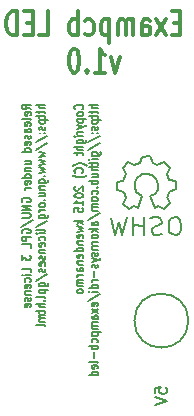
<source format=gbo>
G04 #@! TF.FileFunction,Legend,Bot*
%FSLAX46Y46*%
G04 Gerber Fmt 4.6, Leading zero omitted, Abs format (unit mm)*
G04 Created by KiCad (PCBNEW 4.0.0-rc1-stable) date mar 10 nov 2015 21:40:48 CET*
%MOMM*%
G01*
G04 APERTURE LIST*
%ADD10C,0.100000*%
%ADD11C,0.152400*%
%ADD12C,0.304800*%
%ADD13C,0.150000*%
G04 APERTURE END LIST*
D10*
D11*
X141267543Y-93224048D02*
X141303829Y-93193810D01*
X141340114Y-93103095D01*
X141340114Y-93042619D01*
X141303829Y-92951905D01*
X141231257Y-92891429D01*
X141158686Y-92861190D01*
X141013543Y-92830952D01*
X140904686Y-92830952D01*
X140759543Y-92861190D01*
X140686971Y-92891429D01*
X140614400Y-92951905D01*
X140578114Y-93042619D01*
X140578114Y-93103095D01*
X140614400Y-93193810D01*
X140650686Y-93224048D01*
X141340114Y-93586905D02*
X141303829Y-93526429D01*
X141267543Y-93496190D01*
X141194971Y-93465952D01*
X140977257Y-93465952D01*
X140904686Y-93496190D01*
X140868400Y-93526429D01*
X140832114Y-93586905D01*
X140832114Y-93677619D01*
X140868400Y-93738095D01*
X140904686Y-93768333D01*
X140977257Y-93798571D01*
X141194971Y-93798571D01*
X141267543Y-93768333D01*
X141303829Y-93738095D01*
X141340114Y-93677619D01*
X141340114Y-93586905D01*
X140832114Y-94070714D02*
X141594114Y-94070714D01*
X140868400Y-94070714D02*
X140832114Y-94131191D01*
X140832114Y-94252143D01*
X140868400Y-94312619D01*
X140904686Y-94342857D01*
X140977257Y-94373095D01*
X141194971Y-94373095D01*
X141267543Y-94342857D01*
X141303829Y-94312619D01*
X141340114Y-94252143D01*
X141340114Y-94131191D01*
X141303829Y-94070714D01*
X140832114Y-94584762D02*
X141340114Y-94735953D01*
X140832114Y-94887143D02*
X141340114Y-94735953D01*
X141521543Y-94675477D01*
X141557829Y-94645238D01*
X141594114Y-94584762D01*
X141340114Y-95129048D02*
X140832114Y-95129048D01*
X140977257Y-95129048D02*
X140904686Y-95159287D01*
X140868400Y-95189525D01*
X140832114Y-95250001D01*
X140832114Y-95310477D01*
X141340114Y-95522143D02*
X140832114Y-95522143D01*
X140578114Y-95522143D02*
X140614400Y-95491905D01*
X140650686Y-95522143D01*
X140614400Y-95552382D01*
X140578114Y-95522143D01*
X140650686Y-95522143D01*
X140832114Y-96096667D02*
X141448971Y-96096667D01*
X141521543Y-96066429D01*
X141557829Y-96036191D01*
X141594114Y-95975715D01*
X141594114Y-95885001D01*
X141557829Y-95824524D01*
X141303829Y-96096667D02*
X141340114Y-96036191D01*
X141340114Y-95915239D01*
X141303829Y-95854763D01*
X141267543Y-95824524D01*
X141194971Y-95794286D01*
X140977257Y-95794286D01*
X140904686Y-95824524D01*
X140868400Y-95854763D01*
X140832114Y-95915239D01*
X140832114Y-96036191D01*
X140868400Y-96096667D01*
X141340114Y-96399048D02*
X140578114Y-96399048D01*
X141340114Y-96671191D02*
X140940971Y-96671191D01*
X140868400Y-96640953D01*
X140832114Y-96580477D01*
X140832114Y-96489763D01*
X140868400Y-96429287D01*
X140904686Y-96399048D01*
X140832114Y-96882858D02*
X140832114Y-97124763D01*
X140578114Y-96973572D02*
X141231257Y-96973572D01*
X141303829Y-97003811D01*
X141340114Y-97064287D01*
X141340114Y-97124763D01*
X141630400Y-98001668D02*
X141594114Y-97971430D01*
X141485257Y-97910954D01*
X141412686Y-97880716D01*
X141303829Y-97850478D01*
X141122400Y-97820239D01*
X140977257Y-97820239D01*
X140795829Y-97850478D01*
X140686971Y-97880716D01*
X140614400Y-97910954D01*
X140505543Y-97971430D01*
X140469257Y-98001668D01*
X141267543Y-98606430D02*
X141303829Y-98576192D01*
X141340114Y-98485477D01*
X141340114Y-98425001D01*
X141303829Y-98334287D01*
X141231257Y-98273811D01*
X141158686Y-98243572D01*
X141013543Y-98213334D01*
X140904686Y-98213334D01*
X140759543Y-98243572D01*
X140686971Y-98273811D01*
X140614400Y-98334287D01*
X140578114Y-98425001D01*
X140578114Y-98485477D01*
X140614400Y-98576192D01*
X140650686Y-98606430D01*
X141630400Y-98818096D02*
X141594114Y-98848334D01*
X141485257Y-98908811D01*
X141412686Y-98939049D01*
X141303829Y-98969287D01*
X141122400Y-98999525D01*
X140977257Y-98999525D01*
X140795829Y-98969287D01*
X140686971Y-98939049D01*
X140614400Y-98908811D01*
X140505543Y-98848334D01*
X140469257Y-98818096D01*
X140650686Y-99755477D02*
X140614400Y-99785715D01*
X140578114Y-99846192D01*
X140578114Y-99997382D01*
X140614400Y-100057858D01*
X140650686Y-100088096D01*
X140723257Y-100118335D01*
X140795829Y-100118335D01*
X140904686Y-100088096D01*
X141340114Y-99725239D01*
X141340114Y-100118335D01*
X140578114Y-100511430D02*
X140578114Y-100571906D01*
X140614400Y-100632382D01*
X140650686Y-100662620D01*
X140723257Y-100692858D01*
X140868400Y-100723097D01*
X141049829Y-100723097D01*
X141194971Y-100692858D01*
X141267543Y-100662620D01*
X141303829Y-100632382D01*
X141340114Y-100571906D01*
X141340114Y-100511430D01*
X141303829Y-100450954D01*
X141267543Y-100420716D01*
X141194971Y-100390477D01*
X141049829Y-100360239D01*
X140868400Y-100360239D01*
X140723257Y-100390477D01*
X140650686Y-100420716D01*
X140614400Y-100450954D01*
X140578114Y-100511430D01*
X141340114Y-101327859D02*
X141340114Y-100965001D01*
X141340114Y-101146430D02*
X140578114Y-101146430D01*
X140686971Y-101085954D01*
X140759543Y-101025478D01*
X140795829Y-100965001D01*
X140578114Y-101902382D02*
X140578114Y-101600001D01*
X140940971Y-101569763D01*
X140904686Y-101600001D01*
X140868400Y-101660478D01*
X140868400Y-101811668D01*
X140904686Y-101872144D01*
X140940971Y-101902382D01*
X141013543Y-101932621D01*
X141194971Y-101932621D01*
X141267543Y-101902382D01*
X141303829Y-101872144D01*
X141340114Y-101811668D01*
X141340114Y-101660478D01*
X141303829Y-101600001D01*
X141267543Y-101569763D01*
X141340114Y-102688573D02*
X140578114Y-102688573D01*
X141049829Y-102749050D02*
X141340114Y-102930478D01*
X140832114Y-102930478D02*
X141122400Y-102688573D01*
X140832114Y-103142145D02*
X141340114Y-103263098D01*
X140977257Y-103384050D01*
X141340114Y-103505002D01*
X140832114Y-103625955D01*
X141303829Y-104109764D02*
X141340114Y-104049288D01*
X141340114Y-103928336D01*
X141303829Y-103867859D01*
X141231257Y-103837621D01*
X140940971Y-103837621D01*
X140868400Y-103867859D01*
X140832114Y-103928336D01*
X140832114Y-104049288D01*
X140868400Y-104109764D01*
X140940971Y-104140002D01*
X141013543Y-104140002D01*
X141086114Y-103837621D01*
X140832114Y-104412145D02*
X141340114Y-104412145D01*
X140904686Y-104412145D02*
X140868400Y-104442384D01*
X140832114Y-104502860D01*
X140832114Y-104593574D01*
X140868400Y-104654050D01*
X140940971Y-104684288D01*
X141340114Y-104684288D01*
X141340114Y-105258812D02*
X140578114Y-105258812D01*
X141303829Y-105258812D02*
X141340114Y-105198336D01*
X141340114Y-105077384D01*
X141303829Y-105016908D01*
X141267543Y-104986669D01*
X141194971Y-104956431D01*
X140977257Y-104956431D01*
X140904686Y-104986669D01*
X140868400Y-105016908D01*
X140832114Y-105077384D01*
X140832114Y-105198336D01*
X140868400Y-105258812D01*
X141303829Y-105803098D02*
X141340114Y-105742622D01*
X141340114Y-105621670D01*
X141303829Y-105561193D01*
X141231257Y-105530955D01*
X140940971Y-105530955D01*
X140868400Y-105561193D01*
X140832114Y-105621670D01*
X140832114Y-105742622D01*
X140868400Y-105803098D01*
X140940971Y-105833336D01*
X141013543Y-105833336D01*
X141086114Y-105530955D01*
X140832114Y-106105479D02*
X141340114Y-106105479D01*
X140904686Y-106105479D02*
X140868400Y-106135718D01*
X140832114Y-106196194D01*
X140832114Y-106286908D01*
X140868400Y-106347384D01*
X140940971Y-106377622D01*
X141340114Y-106377622D01*
X141340114Y-106952146D02*
X140940971Y-106952146D01*
X140868400Y-106921908D01*
X140832114Y-106861432D01*
X140832114Y-106740480D01*
X140868400Y-106680003D01*
X141303829Y-106952146D02*
X141340114Y-106891670D01*
X141340114Y-106740480D01*
X141303829Y-106680003D01*
X141231257Y-106649765D01*
X141158686Y-106649765D01*
X141086114Y-106680003D01*
X141049829Y-106740480D01*
X141049829Y-106891670D01*
X141013543Y-106952146D01*
X141340114Y-107254527D02*
X140832114Y-107254527D01*
X140977257Y-107254527D02*
X140904686Y-107284766D01*
X140868400Y-107315004D01*
X140832114Y-107375480D01*
X140832114Y-107435956D01*
X141340114Y-107647622D02*
X140832114Y-107647622D01*
X140904686Y-107647622D02*
X140868400Y-107677861D01*
X140832114Y-107738337D01*
X140832114Y-107829051D01*
X140868400Y-107889527D01*
X140940971Y-107919765D01*
X141340114Y-107919765D01*
X140940971Y-107919765D02*
X140868400Y-107950003D01*
X140832114Y-108010480D01*
X140832114Y-108101194D01*
X140868400Y-108161670D01*
X140940971Y-108191908D01*
X141340114Y-108191908D01*
X141340114Y-108585004D02*
X141303829Y-108524528D01*
X141267543Y-108494289D01*
X141194971Y-108464051D01*
X140977257Y-108464051D01*
X140904686Y-108494289D01*
X140868400Y-108524528D01*
X140832114Y-108585004D01*
X140832114Y-108675718D01*
X140868400Y-108736194D01*
X140904686Y-108766432D01*
X140977257Y-108796670D01*
X141194971Y-108796670D01*
X141267543Y-108766432D01*
X141303829Y-108736194D01*
X141340114Y-108675718D01*
X141340114Y-108585004D01*
X142559314Y-92861190D02*
X141797314Y-92861190D01*
X142559314Y-93133333D02*
X142160171Y-93133333D01*
X142087600Y-93103095D01*
X142051314Y-93042619D01*
X142051314Y-92951905D01*
X142087600Y-92891429D01*
X142123886Y-92861190D01*
X142051314Y-93345000D02*
X142051314Y-93586905D01*
X141797314Y-93435714D02*
X142450457Y-93435714D01*
X142523029Y-93465953D01*
X142559314Y-93526429D01*
X142559314Y-93586905D01*
X142051314Y-93707857D02*
X142051314Y-93949762D01*
X141797314Y-93798571D02*
X142450457Y-93798571D01*
X142523029Y-93828810D01*
X142559314Y-93889286D01*
X142559314Y-93949762D01*
X142051314Y-94161428D02*
X142813314Y-94161428D01*
X142087600Y-94161428D02*
X142051314Y-94221905D01*
X142051314Y-94342857D01*
X142087600Y-94403333D01*
X142123886Y-94433571D01*
X142196457Y-94463809D01*
X142414171Y-94463809D01*
X142486743Y-94433571D01*
X142523029Y-94403333D01*
X142559314Y-94342857D01*
X142559314Y-94221905D01*
X142523029Y-94161428D01*
X142523029Y-94705714D02*
X142559314Y-94766191D01*
X142559314Y-94887143D01*
X142523029Y-94947619D01*
X142450457Y-94977857D01*
X142414171Y-94977857D01*
X142341600Y-94947619D01*
X142305314Y-94887143D01*
X142305314Y-94796429D01*
X142269029Y-94735952D01*
X142196457Y-94705714D01*
X142160171Y-94705714D01*
X142087600Y-94735952D01*
X142051314Y-94796429D01*
X142051314Y-94887143D01*
X142087600Y-94947619D01*
X142486743Y-95250000D02*
X142523029Y-95280239D01*
X142559314Y-95250000D01*
X142523029Y-95219762D01*
X142486743Y-95250000D01*
X142559314Y-95250000D01*
X142087600Y-95250000D02*
X142123886Y-95280239D01*
X142160171Y-95250000D01*
X142123886Y-95219762D01*
X142087600Y-95250000D01*
X142160171Y-95250000D01*
X141761029Y-96005953D02*
X142740743Y-95461667D01*
X141761029Y-96671191D02*
X142740743Y-96126905D01*
X142051314Y-97155000D02*
X142668171Y-97155000D01*
X142740743Y-97124762D01*
X142777029Y-97094524D01*
X142813314Y-97034048D01*
X142813314Y-96943334D01*
X142777029Y-96882857D01*
X142523029Y-97155000D02*
X142559314Y-97094524D01*
X142559314Y-96973572D01*
X142523029Y-96913096D01*
X142486743Y-96882857D01*
X142414171Y-96852619D01*
X142196457Y-96852619D01*
X142123886Y-96882857D01*
X142087600Y-96913096D01*
X142051314Y-96973572D01*
X142051314Y-97094524D01*
X142087600Y-97155000D01*
X142559314Y-97457381D02*
X142051314Y-97457381D01*
X141797314Y-97457381D02*
X141833600Y-97427143D01*
X141869886Y-97457381D01*
X141833600Y-97487620D01*
X141797314Y-97457381D01*
X141869886Y-97457381D01*
X142051314Y-97669048D02*
X142051314Y-97910953D01*
X141797314Y-97759762D02*
X142450457Y-97759762D01*
X142523029Y-97790001D01*
X142559314Y-97850477D01*
X142559314Y-97910953D01*
X142559314Y-98122619D02*
X141797314Y-98122619D01*
X142559314Y-98394762D02*
X142160171Y-98394762D01*
X142087600Y-98364524D01*
X142051314Y-98304048D01*
X142051314Y-98213334D01*
X142087600Y-98152858D01*
X142123886Y-98122619D01*
X142051314Y-98969286D02*
X142559314Y-98969286D01*
X142051314Y-98697143D02*
X142450457Y-98697143D01*
X142523029Y-98727382D01*
X142559314Y-98787858D01*
X142559314Y-98878572D01*
X142523029Y-98939048D01*
X142486743Y-98969286D01*
X142559314Y-99271667D02*
X141797314Y-99271667D01*
X142087600Y-99271667D02*
X142051314Y-99332144D01*
X142051314Y-99453096D01*
X142087600Y-99513572D01*
X142123886Y-99543810D01*
X142196457Y-99574048D01*
X142414171Y-99574048D01*
X142486743Y-99543810D01*
X142523029Y-99513572D01*
X142559314Y-99453096D01*
X142559314Y-99332144D01*
X142523029Y-99271667D01*
X142486743Y-99846191D02*
X142523029Y-99876430D01*
X142559314Y-99846191D01*
X142523029Y-99815953D01*
X142486743Y-99846191D01*
X142559314Y-99846191D01*
X142523029Y-100420715D02*
X142559314Y-100360239D01*
X142559314Y-100239287D01*
X142523029Y-100178811D01*
X142486743Y-100148572D01*
X142414171Y-100118334D01*
X142196457Y-100118334D01*
X142123886Y-100148572D01*
X142087600Y-100178811D01*
X142051314Y-100239287D01*
X142051314Y-100360239D01*
X142087600Y-100420715D01*
X142559314Y-100783573D02*
X142523029Y-100723097D01*
X142486743Y-100692858D01*
X142414171Y-100662620D01*
X142196457Y-100662620D01*
X142123886Y-100692858D01*
X142087600Y-100723097D01*
X142051314Y-100783573D01*
X142051314Y-100874287D01*
X142087600Y-100934763D01*
X142123886Y-100965001D01*
X142196457Y-100995239D01*
X142414171Y-100995239D01*
X142486743Y-100965001D01*
X142523029Y-100934763D01*
X142559314Y-100874287D01*
X142559314Y-100783573D01*
X142559314Y-101267382D02*
X142051314Y-101267382D01*
X142123886Y-101267382D02*
X142087600Y-101297621D01*
X142051314Y-101358097D01*
X142051314Y-101448811D01*
X142087600Y-101509287D01*
X142160171Y-101539525D01*
X142559314Y-101539525D01*
X142160171Y-101539525D02*
X142087600Y-101569763D01*
X142051314Y-101630240D01*
X142051314Y-101720954D01*
X142087600Y-101781430D01*
X142160171Y-101811668D01*
X142559314Y-101811668D01*
X141761029Y-102567621D02*
X142740743Y-102023335D01*
X142559314Y-103051430D02*
X142160171Y-103051430D01*
X142087600Y-103021192D01*
X142051314Y-102960716D01*
X142051314Y-102839764D01*
X142087600Y-102779287D01*
X142523029Y-103051430D02*
X142559314Y-102990954D01*
X142559314Y-102839764D01*
X142523029Y-102779287D01*
X142450457Y-102749049D01*
X142377886Y-102749049D01*
X142305314Y-102779287D01*
X142269029Y-102839764D01*
X142269029Y-102990954D01*
X142232743Y-103051430D01*
X142559314Y-103353811D02*
X141797314Y-103353811D01*
X142269029Y-103414288D02*
X142559314Y-103595716D01*
X142051314Y-103595716D02*
X142341600Y-103353811D01*
X142559314Y-103958574D02*
X142523029Y-103898098D01*
X142486743Y-103867859D01*
X142414171Y-103837621D01*
X142196457Y-103837621D01*
X142123886Y-103867859D01*
X142087600Y-103898098D01*
X142051314Y-103958574D01*
X142051314Y-104049288D01*
X142087600Y-104109764D01*
X142123886Y-104140002D01*
X142196457Y-104170240D01*
X142414171Y-104170240D01*
X142486743Y-104140002D01*
X142523029Y-104109764D01*
X142559314Y-104049288D01*
X142559314Y-103958574D01*
X142559314Y-104442383D02*
X142051314Y-104442383D01*
X142196457Y-104442383D02*
X142123886Y-104472622D01*
X142087600Y-104502860D01*
X142051314Y-104563336D01*
X142051314Y-104623812D01*
X142051314Y-104835478D02*
X142559314Y-104835478D01*
X142123886Y-104835478D02*
X142087600Y-104865717D01*
X142051314Y-104926193D01*
X142051314Y-105016907D01*
X142087600Y-105077383D01*
X142160171Y-105107621D01*
X142559314Y-105107621D01*
X142523029Y-105379764D02*
X142559314Y-105440241D01*
X142559314Y-105561193D01*
X142523029Y-105621669D01*
X142450457Y-105651907D01*
X142414171Y-105651907D01*
X142341600Y-105621669D01*
X142305314Y-105561193D01*
X142305314Y-105470479D01*
X142269029Y-105410002D01*
X142196457Y-105379764D01*
X142160171Y-105379764D01*
X142087600Y-105410002D01*
X142051314Y-105470479D01*
X142051314Y-105561193D01*
X142087600Y-105621669D01*
X142051314Y-105863574D02*
X142559314Y-106014765D01*
X142051314Y-106165955D02*
X142559314Y-106014765D01*
X142740743Y-105954289D01*
X142777029Y-105924050D01*
X142813314Y-105863574D01*
X142523029Y-106377622D02*
X142559314Y-106438099D01*
X142559314Y-106559051D01*
X142523029Y-106619527D01*
X142450457Y-106649765D01*
X142414171Y-106649765D01*
X142341600Y-106619527D01*
X142305314Y-106559051D01*
X142305314Y-106468337D01*
X142269029Y-106407860D01*
X142196457Y-106377622D01*
X142160171Y-106377622D01*
X142087600Y-106407860D01*
X142051314Y-106468337D01*
X142051314Y-106559051D01*
X142087600Y-106619527D01*
X142269029Y-106921908D02*
X142269029Y-107405718D01*
X142559314Y-107708098D02*
X142051314Y-107708098D01*
X142196457Y-107708098D02*
X142123886Y-107738337D01*
X142087600Y-107768575D01*
X142051314Y-107829051D01*
X142051314Y-107889527D01*
X142559314Y-108373336D02*
X141797314Y-108373336D01*
X142523029Y-108373336D02*
X142559314Y-108312860D01*
X142559314Y-108191908D01*
X142523029Y-108131432D01*
X142486743Y-108101193D01*
X142414171Y-108070955D01*
X142196457Y-108070955D01*
X142123886Y-108101193D01*
X142087600Y-108131432D01*
X142051314Y-108191908D01*
X142051314Y-108312860D01*
X142087600Y-108373336D01*
X142559314Y-108675717D02*
X142051314Y-108675717D01*
X141797314Y-108675717D02*
X141833600Y-108645479D01*
X141869886Y-108675717D01*
X141833600Y-108705956D01*
X141797314Y-108675717D01*
X141869886Y-108675717D01*
X141761029Y-109431670D02*
X142740743Y-108887384D01*
X142523029Y-109885241D02*
X142559314Y-109824765D01*
X142559314Y-109703813D01*
X142523029Y-109643336D01*
X142450457Y-109613098D01*
X142160171Y-109613098D01*
X142087600Y-109643336D01*
X142051314Y-109703813D01*
X142051314Y-109824765D01*
X142087600Y-109885241D01*
X142160171Y-109915479D01*
X142232743Y-109915479D01*
X142305314Y-109613098D01*
X142559314Y-110127146D02*
X142051314Y-110459765D01*
X142051314Y-110127146D02*
X142559314Y-110459765D01*
X142559314Y-110973813D02*
X142160171Y-110973813D01*
X142087600Y-110943575D01*
X142051314Y-110883099D01*
X142051314Y-110762147D01*
X142087600Y-110701670D01*
X142523029Y-110973813D02*
X142559314Y-110913337D01*
X142559314Y-110762147D01*
X142523029Y-110701670D01*
X142450457Y-110671432D01*
X142377886Y-110671432D01*
X142305314Y-110701670D01*
X142269029Y-110762147D01*
X142269029Y-110913337D01*
X142232743Y-110973813D01*
X142559314Y-111276194D02*
X142051314Y-111276194D01*
X142123886Y-111276194D02*
X142087600Y-111306433D01*
X142051314Y-111366909D01*
X142051314Y-111457623D01*
X142087600Y-111518099D01*
X142160171Y-111548337D01*
X142559314Y-111548337D01*
X142160171Y-111548337D02*
X142087600Y-111578575D01*
X142051314Y-111639052D01*
X142051314Y-111729766D01*
X142087600Y-111790242D01*
X142160171Y-111820480D01*
X142559314Y-111820480D01*
X142051314Y-112122861D02*
X142813314Y-112122861D01*
X142087600Y-112122861D02*
X142051314Y-112183338D01*
X142051314Y-112304290D01*
X142087600Y-112364766D01*
X142123886Y-112395004D01*
X142196457Y-112425242D01*
X142414171Y-112425242D01*
X142486743Y-112395004D01*
X142523029Y-112364766D01*
X142559314Y-112304290D01*
X142559314Y-112183338D01*
X142523029Y-112122861D01*
X142523029Y-112969528D02*
X142559314Y-112909052D01*
X142559314Y-112788100D01*
X142523029Y-112727624D01*
X142486743Y-112697385D01*
X142414171Y-112667147D01*
X142196457Y-112667147D01*
X142123886Y-112697385D01*
X142087600Y-112727624D01*
X142051314Y-112788100D01*
X142051314Y-112909052D01*
X142087600Y-112969528D01*
X142559314Y-113241671D02*
X141797314Y-113241671D01*
X142087600Y-113241671D02*
X142051314Y-113302148D01*
X142051314Y-113423100D01*
X142087600Y-113483576D01*
X142123886Y-113513814D01*
X142196457Y-113544052D01*
X142414171Y-113544052D01*
X142486743Y-113513814D01*
X142523029Y-113483576D01*
X142559314Y-113423100D01*
X142559314Y-113302148D01*
X142523029Y-113241671D01*
X142269029Y-113816195D02*
X142269029Y-114300005D01*
X142559314Y-114693100D02*
X142523029Y-114632624D01*
X142450457Y-114602385D01*
X141797314Y-114602385D01*
X142523029Y-115176909D02*
X142559314Y-115116433D01*
X142559314Y-114995481D01*
X142523029Y-114935004D01*
X142450457Y-114904766D01*
X142160171Y-114904766D01*
X142087600Y-114935004D01*
X142051314Y-114995481D01*
X142051314Y-115116433D01*
X142087600Y-115176909D01*
X142160171Y-115207147D01*
X142232743Y-115207147D01*
X142305314Y-114904766D01*
X142559314Y-115751433D02*
X141797314Y-115751433D01*
X142523029Y-115751433D02*
X142559314Y-115690957D01*
X142559314Y-115570005D01*
X142523029Y-115509529D01*
X142486743Y-115479290D01*
X142414171Y-115449052D01*
X142196457Y-115449052D01*
X142123886Y-115479290D01*
X142087600Y-115509529D01*
X142051314Y-115570005D01*
X142051314Y-115690957D01*
X142087600Y-115751433D01*
D12*
X149569714Y-85910057D02*
X149061714Y-85910057D01*
X148844000Y-86974438D02*
X149569714Y-86974438D01*
X149569714Y-84942438D01*
X148844000Y-84942438D01*
X148336000Y-86974438D02*
X147537714Y-85619771D01*
X148336000Y-85619771D02*
X147537714Y-86974438D01*
X146304000Y-86974438D02*
X146304000Y-85910057D01*
X146376571Y-85716533D01*
X146521714Y-85619771D01*
X146812000Y-85619771D01*
X146957143Y-85716533D01*
X146304000Y-86877676D02*
X146449143Y-86974438D01*
X146812000Y-86974438D01*
X146957143Y-86877676D01*
X147029714Y-86684152D01*
X147029714Y-86490629D01*
X146957143Y-86297105D01*
X146812000Y-86200343D01*
X146449143Y-86200343D01*
X146304000Y-86103581D01*
X145578286Y-86974438D02*
X145578286Y-85619771D01*
X145578286Y-85813295D02*
X145505714Y-85716533D01*
X145360572Y-85619771D01*
X145142857Y-85619771D01*
X144997714Y-85716533D01*
X144925143Y-85910057D01*
X144925143Y-86974438D01*
X144925143Y-85910057D02*
X144852572Y-85716533D01*
X144707429Y-85619771D01*
X144489714Y-85619771D01*
X144344572Y-85716533D01*
X144272000Y-85910057D01*
X144272000Y-86974438D01*
X143546286Y-85619771D02*
X143546286Y-87651771D01*
X143546286Y-85716533D02*
X143401143Y-85619771D01*
X143110857Y-85619771D01*
X142965714Y-85716533D01*
X142893143Y-85813295D01*
X142820572Y-86006819D01*
X142820572Y-86587390D01*
X142893143Y-86780914D01*
X142965714Y-86877676D01*
X143110857Y-86974438D01*
X143401143Y-86974438D01*
X143546286Y-86877676D01*
X141514286Y-86877676D02*
X141659429Y-86974438D01*
X141949715Y-86974438D01*
X142094857Y-86877676D01*
X142167429Y-86780914D01*
X142240000Y-86587390D01*
X142240000Y-86006819D01*
X142167429Y-85813295D01*
X142094857Y-85716533D01*
X141949715Y-85619771D01*
X141659429Y-85619771D01*
X141514286Y-85716533D01*
X140861143Y-86974438D02*
X140861143Y-84942438D01*
X140861143Y-85716533D02*
X140716000Y-85619771D01*
X140425714Y-85619771D01*
X140280571Y-85716533D01*
X140208000Y-85813295D01*
X140135429Y-86006819D01*
X140135429Y-86587390D01*
X140208000Y-86780914D01*
X140280571Y-86877676D01*
X140425714Y-86974438D01*
X140716000Y-86974438D01*
X140861143Y-86877676D01*
X137595429Y-86974438D02*
X138321143Y-86974438D01*
X138321143Y-84942438D01*
X137087429Y-85910057D02*
X136579429Y-85910057D01*
X136361715Y-86974438D02*
X137087429Y-86974438D01*
X137087429Y-84942438D01*
X136361715Y-84942438D01*
X135708572Y-86974438D02*
X135708572Y-84942438D01*
X135345715Y-84942438D01*
X135128000Y-85039200D01*
X134982858Y-85232724D01*
X134910286Y-85426248D01*
X134837715Y-85813295D01*
X134837715Y-86103581D01*
X134910286Y-86490629D01*
X134982858Y-86684152D01*
X135128000Y-86877676D01*
X135345715Y-86974438D01*
X135708572Y-86974438D01*
X144417143Y-88769371D02*
X144054286Y-90124038D01*
X143691428Y-88769371D01*
X142312571Y-90124038D02*
X143183428Y-90124038D01*
X142748000Y-90124038D02*
X142748000Y-88092038D01*
X142893143Y-88382324D01*
X143038285Y-88575848D01*
X143183428Y-88672610D01*
X141659428Y-89930514D02*
X141586856Y-90027276D01*
X141659428Y-90124038D01*
X141731999Y-90027276D01*
X141659428Y-89930514D01*
X141659428Y-90124038D01*
X140643428Y-88092038D02*
X140498285Y-88092038D01*
X140353142Y-88188800D01*
X140280571Y-88285562D01*
X140208000Y-88479086D01*
X140135428Y-88866133D01*
X140135428Y-89349943D01*
X140208000Y-89736990D01*
X140280571Y-89930514D01*
X140353142Y-90027276D01*
X140498285Y-90124038D01*
X140643428Y-90124038D01*
X140788571Y-90027276D01*
X140861142Y-89930514D01*
X140933714Y-89736990D01*
X141006285Y-89349943D01*
X141006285Y-88866133D01*
X140933714Y-88479086D01*
X140861142Y-88285562D01*
X140788571Y-88188800D01*
X140643428Y-88092038D01*
D11*
X136895114Y-93224048D02*
X136532257Y-93012381D01*
X136895114Y-92861190D02*
X136133114Y-92861190D01*
X136133114Y-93103095D01*
X136169400Y-93163571D01*
X136205686Y-93193810D01*
X136278257Y-93224048D01*
X136387114Y-93224048D01*
X136459686Y-93193810D01*
X136495971Y-93163571D01*
X136532257Y-93103095D01*
X136532257Y-92861190D01*
X136858829Y-93738095D02*
X136895114Y-93677619D01*
X136895114Y-93556667D01*
X136858829Y-93496190D01*
X136786257Y-93465952D01*
X136495971Y-93465952D01*
X136423400Y-93496190D01*
X136387114Y-93556667D01*
X136387114Y-93677619D01*
X136423400Y-93738095D01*
X136495971Y-93768333D01*
X136568543Y-93768333D01*
X136641114Y-93465952D01*
X136895114Y-94131191D02*
X136858829Y-94070715D01*
X136786257Y-94040476D01*
X136133114Y-94040476D01*
X136858829Y-94615000D02*
X136895114Y-94554524D01*
X136895114Y-94433572D01*
X136858829Y-94373095D01*
X136786257Y-94342857D01*
X136495971Y-94342857D01*
X136423400Y-94373095D01*
X136387114Y-94433572D01*
X136387114Y-94554524D01*
X136423400Y-94615000D01*
X136495971Y-94645238D01*
X136568543Y-94645238D01*
X136641114Y-94342857D01*
X136895114Y-95189524D02*
X136495971Y-95189524D01*
X136423400Y-95159286D01*
X136387114Y-95098810D01*
X136387114Y-94977858D01*
X136423400Y-94917381D01*
X136858829Y-95189524D02*
X136895114Y-95129048D01*
X136895114Y-94977858D01*
X136858829Y-94917381D01*
X136786257Y-94887143D01*
X136713686Y-94887143D01*
X136641114Y-94917381D01*
X136604829Y-94977858D01*
X136604829Y-95129048D01*
X136568543Y-95189524D01*
X136858829Y-95461667D02*
X136895114Y-95522144D01*
X136895114Y-95643096D01*
X136858829Y-95703572D01*
X136786257Y-95733810D01*
X136749971Y-95733810D01*
X136677400Y-95703572D01*
X136641114Y-95643096D01*
X136641114Y-95552382D01*
X136604829Y-95491905D01*
X136532257Y-95461667D01*
X136495971Y-95461667D01*
X136423400Y-95491905D01*
X136387114Y-95552382D01*
X136387114Y-95643096D01*
X136423400Y-95703572D01*
X136858829Y-96247858D02*
X136895114Y-96187382D01*
X136895114Y-96066430D01*
X136858829Y-96005953D01*
X136786257Y-95975715D01*
X136495971Y-95975715D01*
X136423400Y-96005953D01*
X136387114Y-96066430D01*
X136387114Y-96187382D01*
X136423400Y-96247858D01*
X136495971Y-96278096D01*
X136568543Y-96278096D01*
X136641114Y-95975715D01*
X136895114Y-96822382D02*
X136133114Y-96822382D01*
X136858829Y-96822382D02*
X136895114Y-96761906D01*
X136895114Y-96640954D01*
X136858829Y-96580478D01*
X136822543Y-96550239D01*
X136749971Y-96520001D01*
X136532257Y-96520001D01*
X136459686Y-96550239D01*
X136423400Y-96580478D01*
X136387114Y-96640954D01*
X136387114Y-96761906D01*
X136423400Y-96822382D01*
X136387114Y-97880716D02*
X136895114Y-97880716D01*
X136387114Y-97608573D02*
X136786257Y-97608573D01*
X136858829Y-97638812D01*
X136895114Y-97699288D01*
X136895114Y-97790002D01*
X136858829Y-97850478D01*
X136822543Y-97880716D01*
X136387114Y-98183097D02*
X136895114Y-98183097D01*
X136459686Y-98183097D02*
X136423400Y-98213336D01*
X136387114Y-98273812D01*
X136387114Y-98364526D01*
X136423400Y-98425002D01*
X136495971Y-98455240D01*
X136895114Y-98455240D01*
X136895114Y-99029764D02*
X136133114Y-99029764D01*
X136858829Y-99029764D02*
X136895114Y-98969288D01*
X136895114Y-98848336D01*
X136858829Y-98787860D01*
X136822543Y-98757621D01*
X136749971Y-98727383D01*
X136532257Y-98727383D01*
X136459686Y-98757621D01*
X136423400Y-98787860D01*
X136387114Y-98848336D01*
X136387114Y-98969288D01*
X136423400Y-99029764D01*
X136858829Y-99574050D02*
X136895114Y-99513574D01*
X136895114Y-99392622D01*
X136858829Y-99332145D01*
X136786257Y-99301907D01*
X136495971Y-99301907D01*
X136423400Y-99332145D01*
X136387114Y-99392622D01*
X136387114Y-99513574D01*
X136423400Y-99574050D01*
X136495971Y-99604288D01*
X136568543Y-99604288D01*
X136641114Y-99301907D01*
X136895114Y-99876431D02*
X136387114Y-99876431D01*
X136532257Y-99876431D02*
X136459686Y-99906670D01*
X136423400Y-99936908D01*
X136387114Y-99997384D01*
X136387114Y-100057860D01*
X136169400Y-101085956D02*
X136133114Y-101025479D01*
X136133114Y-100934765D01*
X136169400Y-100844051D01*
X136241971Y-100783575D01*
X136314543Y-100753336D01*
X136459686Y-100723098D01*
X136568543Y-100723098D01*
X136713686Y-100753336D01*
X136786257Y-100783575D01*
X136858829Y-100844051D01*
X136895114Y-100934765D01*
X136895114Y-100995241D01*
X136858829Y-101085956D01*
X136822543Y-101116194D01*
X136568543Y-101116194D01*
X136568543Y-100995241D01*
X136895114Y-101388336D02*
X136133114Y-101388336D01*
X136895114Y-101751194D01*
X136133114Y-101751194D01*
X136133114Y-102053574D02*
X136749971Y-102053574D01*
X136822543Y-102083813D01*
X136858829Y-102114051D01*
X136895114Y-102174527D01*
X136895114Y-102295479D01*
X136858829Y-102355955D01*
X136822543Y-102386194D01*
X136749971Y-102416432D01*
X136133114Y-102416432D01*
X136096829Y-103172384D02*
X137076543Y-102628098D01*
X136169400Y-103716670D02*
X136133114Y-103656193D01*
X136133114Y-103565479D01*
X136169400Y-103474765D01*
X136241971Y-103414289D01*
X136314543Y-103384050D01*
X136459686Y-103353812D01*
X136568543Y-103353812D01*
X136713686Y-103384050D01*
X136786257Y-103414289D01*
X136858829Y-103474765D01*
X136895114Y-103565479D01*
X136895114Y-103625955D01*
X136858829Y-103716670D01*
X136822543Y-103746908D01*
X136568543Y-103746908D01*
X136568543Y-103625955D01*
X136895114Y-104019050D02*
X136133114Y-104019050D01*
X136133114Y-104260955D01*
X136169400Y-104321431D01*
X136205686Y-104351670D01*
X136278257Y-104381908D01*
X136387114Y-104381908D01*
X136459686Y-104351670D01*
X136495971Y-104321431D01*
X136532257Y-104260955D01*
X136532257Y-104019050D01*
X136895114Y-104956431D02*
X136895114Y-104654050D01*
X136133114Y-104654050D01*
X136133114Y-105591432D02*
X136133114Y-105984528D01*
X136423400Y-105772861D01*
X136423400Y-105863575D01*
X136459686Y-105924051D01*
X136495971Y-105954289D01*
X136568543Y-105984528D01*
X136749971Y-105984528D01*
X136822543Y-105954289D01*
X136858829Y-105924051D01*
X136895114Y-105863575D01*
X136895114Y-105682147D01*
X136858829Y-105621670D01*
X136822543Y-105591432D01*
X136895114Y-107042861D02*
X136895114Y-106740480D01*
X136133114Y-106740480D01*
X136895114Y-107254528D02*
X136387114Y-107254528D01*
X136133114Y-107254528D02*
X136169400Y-107224290D01*
X136205686Y-107254528D01*
X136169400Y-107284767D01*
X136133114Y-107254528D01*
X136205686Y-107254528D01*
X136858829Y-107829052D02*
X136895114Y-107768576D01*
X136895114Y-107647624D01*
X136858829Y-107587148D01*
X136822543Y-107556909D01*
X136749971Y-107526671D01*
X136532257Y-107526671D01*
X136459686Y-107556909D01*
X136423400Y-107587148D01*
X136387114Y-107647624D01*
X136387114Y-107768576D01*
X136423400Y-107829052D01*
X136858829Y-108343100D02*
X136895114Y-108282624D01*
X136895114Y-108161672D01*
X136858829Y-108101195D01*
X136786257Y-108070957D01*
X136495971Y-108070957D01*
X136423400Y-108101195D01*
X136387114Y-108161672D01*
X136387114Y-108282624D01*
X136423400Y-108343100D01*
X136495971Y-108373338D01*
X136568543Y-108373338D01*
X136641114Y-108070957D01*
X136387114Y-108645481D02*
X136895114Y-108645481D01*
X136459686Y-108645481D02*
X136423400Y-108675720D01*
X136387114Y-108736196D01*
X136387114Y-108826910D01*
X136423400Y-108887386D01*
X136495971Y-108917624D01*
X136895114Y-108917624D01*
X136858829Y-109189767D02*
X136895114Y-109250244D01*
X136895114Y-109371196D01*
X136858829Y-109431672D01*
X136786257Y-109461910D01*
X136749971Y-109461910D01*
X136677400Y-109431672D01*
X136641114Y-109371196D01*
X136641114Y-109280482D01*
X136604829Y-109220005D01*
X136532257Y-109189767D01*
X136495971Y-109189767D01*
X136423400Y-109220005D01*
X136387114Y-109280482D01*
X136387114Y-109371196D01*
X136423400Y-109431672D01*
X136858829Y-109975958D02*
X136895114Y-109915482D01*
X136895114Y-109794530D01*
X136858829Y-109734053D01*
X136786257Y-109703815D01*
X136495971Y-109703815D01*
X136423400Y-109734053D01*
X136387114Y-109794530D01*
X136387114Y-109915482D01*
X136423400Y-109975958D01*
X136495971Y-110006196D01*
X136568543Y-110006196D01*
X136641114Y-109703815D01*
X138114314Y-92861190D02*
X137352314Y-92861190D01*
X138114314Y-93133333D02*
X137715171Y-93133333D01*
X137642600Y-93103095D01*
X137606314Y-93042619D01*
X137606314Y-92951905D01*
X137642600Y-92891429D01*
X137678886Y-92861190D01*
X137606314Y-93345000D02*
X137606314Y-93586905D01*
X137352314Y-93435714D02*
X138005457Y-93435714D01*
X138078029Y-93465953D01*
X138114314Y-93526429D01*
X138114314Y-93586905D01*
X137606314Y-93707857D02*
X137606314Y-93949762D01*
X137352314Y-93798571D02*
X138005457Y-93798571D01*
X138078029Y-93828810D01*
X138114314Y-93889286D01*
X138114314Y-93949762D01*
X137606314Y-94161428D02*
X138368314Y-94161428D01*
X137642600Y-94161428D02*
X137606314Y-94221905D01*
X137606314Y-94342857D01*
X137642600Y-94403333D01*
X137678886Y-94433571D01*
X137751457Y-94463809D01*
X137969171Y-94463809D01*
X138041743Y-94433571D01*
X138078029Y-94403333D01*
X138114314Y-94342857D01*
X138114314Y-94221905D01*
X138078029Y-94161428D01*
X138078029Y-94705714D02*
X138114314Y-94766191D01*
X138114314Y-94887143D01*
X138078029Y-94947619D01*
X138005457Y-94977857D01*
X137969171Y-94977857D01*
X137896600Y-94947619D01*
X137860314Y-94887143D01*
X137860314Y-94796429D01*
X137824029Y-94735952D01*
X137751457Y-94705714D01*
X137715171Y-94705714D01*
X137642600Y-94735952D01*
X137606314Y-94796429D01*
X137606314Y-94887143D01*
X137642600Y-94947619D01*
X138041743Y-95250000D02*
X138078029Y-95280239D01*
X138114314Y-95250000D01*
X138078029Y-95219762D01*
X138041743Y-95250000D01*
X138114314Y-95250000D01*
X137642600Y-95250000D02*
X137678886Y-95280239D01*
X137715171Y-95250000D01*
X137678886Y-95219762D01*
X137642600Y-95250000D01*
X137715171Y-95250000D01*
X137316029Y-96005953D02*
X138295743Y-95461667D01*
X137316029Y-96671191D02*
X138295743Y-96126905D01*
X137606314Y-96822381D02*
X138114314Y-96943334D01*
X137751457Y-97064286D01*
X138114314Y-97185238D01*
X137606314Y-97306191D01*
X137606314Y-97487619D02*
X138114314Y-97608572D01*
X137751457Y-97729524D01*
X138114314Y-97850476D01*
X137606314Y-97971429D01*
X137606314Y-98152857D02*
X138114314Y-98273810D01*
X137751457Y-98394762D01*
X138114314Y-98515714D01*
X137606314Y-98636667D01*
X138041743Y-98878571D02*
X138078029Y-98908810D01*
X138114314Y-98878571D01*
X138078029Y-98848333D01*
X138041743Y-98878571D01*
X138114314Y-98878571D01*
X137606314Y-99453095D02*
X138223171Y-99453095D01*
X138295743Y-99422857D01*
X138332029Y-99392619D01*
X138368314Y-99332143D01*
X138368314Y-99241429D01*
X138332029Y-99180952D01*
X138078029Y-99453095D02*
X138114314Y-99392619D01*
X138114314Y-99271667D01*
X138078029Y-99211191D01*
X138041743Y-99180952D01*
X137969171Y-99150714D01*
X137751457Y-99150714D01*
X137678886Y-99180952D01*
X137642600Y-99211191D01*
X137606314Y-99271667D01*
X137606314Y-99392619D01*
X137642600Y-99453095D01*
X137606314Y-99755476D02*
X138114314Y-99755476D01*
X137678886Y-99755476D02*
X137642600Y-99785715D01*
X137606314Y-99846191D01*
X137606314Y-99936905D01*
X137642600Y-99997381D01*
X137715171Y-100027619D01*
X138114314Y-100027619D01*
X137606314Y-100602143D02*
X138114314Y-100602143D01*
X137606314Y-100330000D02*
X138005457Y-100330000D01*
X138078029Y-100360239D01*
X138114314Y-100420715D01*
X138114314Y-100511429D01*
X138078029Y-100571905D01*
X138041743Y-100602143D01*
X138041743Y-100904524D02*
X138078029Y-100934763D01*
X138114314Y-100904524D01*
X138078029Y-100874286D01*
X138041743Y-100904524D01*
X138114314Y-100904524D01*
X138114314Y-101297620D02*
X138078029Y-101237144D01*
X138041743Y-101206905D01*
X137969171Y-101176667D01*
X137751457Y-101176667D01*
X137678886Y-101206905D01*
X137642600Y-101237144D01*
X137606314Y-101297620D01*
X137606314Y-101388334D01*
X137642600Y-101448810D01*
X137678886Y-101479048D01*
X137751457Y-101509286D01*
X137969171Y-101509286D01*
X138041743Y-101479048D01*
X138078029Y-101448810D01*
X138114314Y-101388334D01*
X138114314Y-101297620D01*
X138114314Y-101781429D02*
X137606314Y-101781429D01*
X137751457Y-101781429D02*
X137678886Y-101811668D01*
X137642600Y-101841906D01*
X137606314Y-101902382D01*
X137606314Y-101962858D01*
X137606314Y-102446667D02*
X138223171Y-102446667D01*
X138295743Y-102416429D01*
X138332029Y-102386191D01*
X138368314Y-102325715D01*
X138368314Y-102235001D01*
X138332029Y-102174524D01*
X138078029Y-102446667D02*
X138114314Y-102386191D01*
X138114314Y-102265239D01*
X138078029Y-102204763D01*
X138041743Y-102174524D01*
X137969171Y-102144286D01*
X137751457Y-102144286D01*
X137678886Y-102174524D01*
X137642600Y-102204763D01*
X137606314Y-102265239D01*
X137606314Y-102386191D01*
X137642600Y-102446667D01*
X137316029Y-103202620D02*
X138295743Y-102658334D01*
X138114314Y-103505001D02*
X138078029Y-103444525D01*
X138005457Y-103414286D01*
X137352314Y-103414286D01*
X138114314Y-103746905D02*
X137606314Y-103746905D01*
X137352314Y-103746905D02*
X137388600Y-103716667D01*
X137424886Y-103746905D01*
X137388600Y-103777144D01*
X137352314Y-103746905D01*
X137424886Y-103746905D01*
X138078029Y-104321429D02*
X138114314Y-104260953D01*
X138114314Y-104140001D01*
X138078029Y-104079525D01*
X138041743Y-104049286D01*
X137969171Y-104019048D01*
X137751457Y-104019048D01*
X137678886Y-104049286D01*
X137642600Y-104079525D01*
X137606314Y-104140001D01*
X137606314Y-104260953D01*
X137642600Y-104321429D01*
X138078029Y-104835477D02*
X138114314Y-104775001D01*
X138114314Y-104654049D01*
X138078029Y-104593572D01*
X138005457Y-104563334D01*
X137715171Y-104563334D01*
X137642600Y-104593572D01*
X137606314Y-104654049D01*
X137606314Y-104775001D01*
X137642600Y-104835477D01*
X137715171Y-104865715D01*
X137787743Y-104865715D01*
X137860314Y-104563334D01*
X137606314Y-105137858D02*
X138114314Y-105137858D01*
X137678886Y-105137858D02*
X137642600Y-105168097D01*
X137606314Y-105228573D01*
X137606314Y-105319287D01*
X137642600Y-105379763D01*
X137715171Y-105410001D01*
X138114314Y-105410001D01*
X138078029Y-105682144D02*
X138114314Y-105742621D01*
X138114314Y-105863573D01*
X138078029Y-105924049D01*
X138005457Y-105954287D01*
X137969171Y-105954287D01*
X137896600Y-105924049D01*
X137860314Y-105863573D01*
X137860314Y-105772859D01*
X137824029Y-105712382D01*
X137751457Y-105682144D01*
X137715171Y-105682144D01*
X137642600Y-105712382D01*
X137606314Y-105772859D01*
X137606314Y-105863573D01*
X137642600Y-105924049D01*
X138078029Y-106468335D02*
X138114314Y-106407859D01*
X138114314Y-106286907D01*
X138078029Y-106226430D01*
X138005457Y-106196192D01*
X137715171Y-106196192D01*
X137642600Y-106226430D01*
X137606314Y-106286907D01*
X137606314Y-106407859D01*
X137642600Y-106468335D01*
X137715171Y-106498573D01*
X137787743Y-106498573D01*
X137860314Y-106196192D01*
X138078029Y-106740478D02*
X138114314Y-106800955D01*
X138114314Y-106921907D01*
X138078029Y-106982383D01*
X138005457Y-107012621D01*
X137969171Y-107012621D01*
X137896600Y-106982383D01*
X137860314Y-106921907D01*
X137860314Y-106831193D01*
X137824029Y-106770716D01*
X137751457Y-106740478D01*
X137715171Y-106740478D01*
X137642600Y-106770716D01*
X137606314Y-106831193D01*
X137606314Y-106921907D01*
X137642600Y-106982383D01*
X137316029Y-107738336D02*
X138295743Y-107194050D01*
X137606314Y-108222145D02*
X138223171Y-108222145D01*
X138295743Y-108191907D01*
X138332029Y-108161669D01*
X138368314Y-108101193D01*
X138368314Y-108010479D01*
X138332029Y-107950002D01*
X138078029Y-108222145D02*
X138114314Y-108161669D01*
X138114314Y-108040717D01*
X138078029Y-107980241D01*
X138041743Y-107950002D01*
X137969171Y-107919764D01*
X137751457Y-107919764D01*
X137678886Y-107950002D01*
X137642600Y-107980241D01*
X137606314Y-108040717D01*
X137606314Y-108161669D01*
X137642600Y-108222145D01*
X137606314Y-108524526D02*
X138368314Y-108524526D01*
X137642600Y-108524526D02*
X137606314Y-108585003D01*
X137606314Y-108705955D01*
X137642600Y-108766431D01*
X137678886Y-108796669D01*
X137751457Y-108826907D01*
X137969171Y-108826907D01*
X138041743Y-108796669D01*
X138078029Y-108766431D01*
X138114314Y-108705955D01*
X138114314Y-108585003D01*
X138078029Y-108524526D01*
X138114314Y-109189765D02*
X138078029Y-109129289D01*
X138005457Y-109099050D01*
X137352314Y-109099050D01*
X138041743Y-109431669D02*
X138078029Y-109461908D01*
X138114314Y-109431669D01*
X138078029Y-109401431D01*
X138041743Y-109431669D01*
X138114314Y-109431669D01*
X138114314Y-109734050D02*
X137352314Y-109734050D01*
X138114314Y-110006193D02*
X137715171Y-110006193D01*
X137642600Y-109975955D01*
X137606314Y-109915479D01*
X137606314Y-109824765D01*
X137642600Y-109764289D01*
X137678886Y-109734050D01*
X137606314Y-110217860D02*
X137606314Y-110459765D01*
X137352314Y-110308574D02*
X138005457Y-110308574D01*
X138078029Y-110338813D01*
X138114314Y-110399289D01*
X138114314Y-110459765D01*
X138114314Y-110671431D02*
X137606314Y-110671431D01*
X137678886Y-110671431D02*
X137642600Y-110701670D01*
X137606314Y-110762146D01*
X137606314Y-110852860D01*
X137642600Y-110913336D01*
X137715171Y-110943574D01*
X138114314Y-110943574D01*
X137715171Y-110943574D02*
X137642600Y-110973812D01*
X137606314Y-111034289D01*
X137606314Y-111125003D01*
X137642600Y-111185479D01*
X137715171Y-111215717D01*
X138114314Y-111215717D01*
X138114314Y-111608813D02*
X138078029Y-111548337D01*
X138005457Y-111518098D01*
X137352314Y-111518098D01*
D13*
X150241000Y-111125000D02*
G75*
G03X150241000Y-111125000I-2286000J0D01*
G01*
X145016220Y-102384860D02*
X144655540Y-103855520D01*
X144655540Y-103855520D02*
X144376140Y-102793800D01*
X144376140Y-102793800D02*
X144066260Y-103865680D01*
X144066260Y-103865680D02*
X143725900Y-102415340D01*
X146436080Y-103075740D02*
X145646140Y-103065580D01*
X145646140Y-103065580D02*
X145635980Y-103075740D01*
X145635980Y-103075740D02*
X145635980Y-103065580D01*
X145595340Y-102354380D02*
X145595340Y-103896160D01*
X146484340Y-102344220D02*
X146484340Y-103913940D01*
X146484340Y-103913940D02*
X146474180Y-103903780D01*
X147035520Y-102445820D02*
X147386040Y-102364540D01*
X147386040Y-102364540D02*
X147706080Y-102354380D01*
X147706080Y-102354380D02*
X147944840Y-102555040D01*
X147944840Y-102555040D02*
X147975320Y-102824280D01*
X147975320Y-102824280D02*
X147734020Y-103065580D01*
X147734020Y-103065580D02*
X147345400Y-103195120D01*
X147345400Y-103195120D02*
X147165060Y-103355140D01*
X147165060Y-103355140D02*
X147124420Y-103654860D01*
X147124420Y-103654860D02*
X147355560Y-103875840D01*
X147355560Y-103875840D02*
X147675600Y-103903780D01*
X147675600Y-103903780D02*
X148026120Y-103794560D01*
X149064980Y-102344220D02*
X149313900Y-102364540D01*
X149313900Y-102364540D02*
X149555200Y-102605840D01*
X149555200Y-102605840D02*
X149644100Y-103096060D01*
X149644100Y-103096060D02*
X149616160Y-103444040D01*
X149616160Y-103444040D02*
X149415500Y-103764080D01*
X149415500Y-103764080D02*
X149164040Y-103886000D01*
X149164040Y-103886000D02*
X148854160Y-103814880D01*
X148854160Y-103814880D02*
X148635720Y-103634540D01*
X148635720Y-103634540D02*
X148564600Y-103174800D01*
X148564600Y-103174800D02*
X148615400Y-102765860D01*
X148615400Y-102765860D02*
X148724620Y-102483920D01*
X148724620Y-102483920D02*
X149085300Y-102354380D01*
X148465540Y-100624640D02*
X148724620Y-101185980D01*
X148724620Y-101185980D02*
X148186140Y-101704140D01*
X148186140Y-101704140D02*
X147665440Y-101434900D01*
X147665440Y-101434900D02*
X147386040Y-101594920D01*
X145945860Y-101574600D02*
X145615660Y-101384100D01*
X145615660Y-101384100D02*
X145176240Y-101714300D01*
X145176240Y-101714300D02*
X144703800Y-101224080D01*
X144703800Y-101224080D02*
X144985740Y-100744020D01*
X144985740Y-100744020D02*
X144795240Y-100274120D01*
X144795240Y-100274120D02*
X144185640Y-100086160D01*
X144185640Y-100086160D02*
X144185640Y-99405440D01*
X144185640Y-99405440D02*
X144744440Y-99265740D01*
X144744440Y-99265740D02*
X144945100Y-98694240D01*
X144945100Y-98694240D02*
X144675860Y-98224340D01*
X144675860Y-98224340D02*
X145145760Y-97713800D01*
X145145760Y-97713800D02*
X145663920Y-97975420D01*
X145663920Y-97975420D02*
X146133820Y-97774760D01*
X146133820Y-97774760D02*
X146304000Y-97233740D01*
X146304000Y-97233740D02*
X146994880Y-97215960D01*
X146994880Y-97215960D02*
X147205700Y-97764600D01*
X147205700Y-97764600D02*
X147624800Y-97934780D01*
X147624800Y-97934780D02*
X148175980Y-97665540D01*
X148175980Y-97665540D02*
X148694140Y-98193860D01*
X148694140Y-98193860D02*
X148445220Y-98734880D01*
X148445220Y-98734880D02*
X148615400Y-99214940D01*
X148615400Y-99214940D02*
X149164040Y-99314000D01*
X149164040Y-99314000D02*
X149174200Y-100015040D01*
X149174200Y-100015040D02*
X148615400Y-100215700D01*
X148615400Y-100215700D02*
X148475700Y-100614480D01*
X146334480Y-100594160D02*
X146034760Y-100444300D01*
X146034760Y-100444300D02*
X145834100Y-100246180D01*
X145834100Y-100246180D02*
X145684240Y-99844860D01*
X145684240Y-99844860D02*
X145684240Y-99446080D01*
X145684240Y-99446080D02*
X145834100Y-99095560D01*
X145834100Y-99095560D02*
X146286220Y-98745040D01*
X146286220Y-98745040D02*
X146735800Y-98694240D01*
X146735800Y-98694240D02*
X147134580Y-98795840D01*
X147134580Y-98795840D02*
X147535900Y-99143820D01*
X147535900Y-99143820D02*
X147685760Y-99595940D01*
X147685760Y-99595940D02*
X147634960Y-100093780D01*
X147634960Y-100093780D02*
X147386040Y-100396040D01*
X147386040Y-100396040D02*
X147035520Y-100594160D01*
X147035520Y-100594160D02*
X147386040Y-101594920D01*
X146334480Y-100594160D02*
X145935700Y-101594920D01*
X147407381Y-117284524D02*
X147407381Y-116808333D01*
X147883571Y-116760714D01*
X147835952Y-116808333D01*
X147788333Y-116903571D01*
X147788333Y-117141667D01*
X147835952Y-117236905D01*
X147883571Y-117284524D01*
X147978810Y-117332143D01*
X148216905Y-117332143D01*
X148312143Y-117284524D01*
X148359762Y-117236905D01*
X148407381Y-117141667D01*
X148407381Y-116903571D01*
X148359762Y-116808333D01*
X148312143Y-116760714D01*
X147407381Y-117617857D02*
X148407381Y-117951190D01*
X147407381Y-118284524D01*
M02*

</source>
